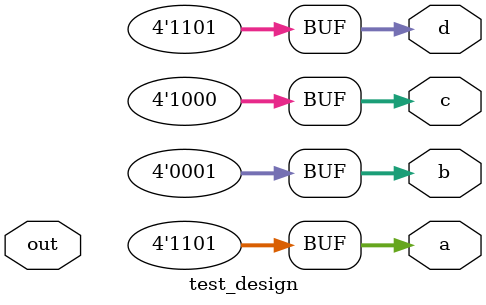
<source format=sv>
/* 
 *
 * Lab 2: Testing
 *
 * The file broken.sv (and associated benchXX.svp file) contain a 
 * set of "buggy" black-box modules that you will test for bugs. Your 
 * task is to systematically test the modules and tell us which modules 
 * contain the bugs and what they are.
 *
 * This file contains the framework modules to help you test.
 *
 * Compile with:
 * > vcs {any flags like -sverilog} lab2.sv broken.sv benchXX.svp
 *
 * Then simulate with:
 * > ./simv
 *
 * Note: you may NOT modify any of the modules named "Adder",
 * "Subtractor", or "Comparator". ALL OF YOUR TEST CODE MUST GO INTO THE
 * "test_design" MODULE!!
 * 
 * The correct functionality of the top-level circuit is:
 * 
 *    out = (a + b) < (c - d)
 *
 */


module system();
   logic [3:0] a, b, c, d;
   logic       out;

   top            dut(.*);
   test_design  bench(.*);
   
endmodule : system




module test_design
  (input  logic       out, 
   output logic [3:0] a, b, c, d);

  initial begin
	$monitor($time,	
		"a=%d, b=%d, c=%d, d=%d, out=%b",
		a, b, c, d, out);
	a = 4'b0001;
	b = 4'b0001;
	c = 4'b0001;
	d = 4'b0001;
	#10 a = 4'b1111;
        b = 4'b0001;
        c = 4'b0001;
        d = 4'b0001;
	#10 a = 4'b0001;
        b = 4'b1111;
        c = 4'b0001;
        d = 4'b0001;
	#10 a = 4'b0001;
        b = 4'b0001;
        c = 4'b1111;
        d = 4'b0001;
	#10 a = 4'b0001;
        b = 4'b0001;
        c = 4'b0001;
        d = 4'b1111;
        #10 a = 4'b0000;
        b = 4'b0001;
        c = 4'b0001;
        d = 4'b0001;
        #10 a = 4'b0001;
        b = 4'b0000;
        c = 4'b0001;
        d = 4'b0001;
	#10 a = 4'b0001;
        b = 4'b0001;
        c = 4'b0000;
        d = 4'b0001;
        #10 a = 4'b0001;
        b = 4'b0001;
        c = 4'b0001;
        d = 4'b0000;
	#10 a = 4'b0001;
	b = 4'b0001;
	c = 4'b0000;
	d = 4'b0000;
	#10 a = 4'b0001;
        b = 4'b0010;
        c = 4'b0001;
        d = 4'b0001;
        #10 a = 4'b1000;
        b = 4'b1000;
        c = 4'b1000;
        d = 4'b1000;
        #10 a = 4'b0000;
        b = 4'b0001;
        c = 4'b0100;
        d = 4'b0010;


	#10 b=4'b1111;
	a = 4'b1111;
	c=4'b1111;
	d=4'b1111;
	
	#10 b = 4'b0010;
        a = 4'b0001;
        c = 4'b1111;
        d = 4'b0000;
        #10 b = 4'b0010;
        a = 4'b0001;
        c = 4'b1011;
        d = 4'b0001;
        #10 b = 4'b0010;
        a = 4'b0001;
        c = 4'b1001;
        d = 4'b0001;
        #10 b = 4'b0010;
        a = 4'b0001;
        c = 4'b1000;
        d = 4'b0001;
        #10 b = 4'b0010;
        a = 4'b0001;
        c = 4'b0001;
        d = 4'b0001;

	#10 b = 4'b0010;
        a = 4'b0001;
        c = 4'b0001;
        d = 4'b0001;
        #10 b = 4'b0010;
        a = 4'b0001;
        c = 4'b1011;
        d = 4'b0001;
        #10 b = 4'b0010;
        a = 4'b0001;
        c = 4'b1001;
        d = 4'b0001;
        #10 b = 4'b0010;
        a = 4'b0001;
        c = 4'b0000;
        d = 4'b0001;
        #10 b = 4'b0010;
        a = 4'b0100;
        c = 4'b0000;
        d = 4'b0001;



	#10 b = 4'b0010;
        a = 4'b1010;
        c = 4'b0000;
        d = 4'b1011;
        #10 b = 4'b0001;
        a = 4'b1101;
        c = 4'b1000;
        d = 4'b0001;
        #10 b = 4'b0001;
        a = 4'b1101;
        c = 4'b1000;
        d = 4'b0011;
        #10 b = 4'b0001;
        a = 4'b1101;
        c = 4'b1000;
        d = 4'b0111;
	#10 b = 4'b0001;
	a = 4'b1101;
	c = 4'b1000;
	d = 4'b0101;




	#10 b = 4'b0000;
        a = 4'b0011;
        c = 4'b0010;
        d = 4'b0001;
        #10 b = 4'b1111;
        a = 4'b0011;
        c = 4'b0010;
        d = 4'b0001;
        #10 b = 4'b1110;
        a = 4'b1111;
        c = 4'b0010;
        d = 4'b0101;
        #10 b = 4'b0101;
        a = 4'b0000;
        c = 4'b0110;
        d = 4'b1110;
        #10 b = 4'b0001;
        a = 4'b1101;
        c = 4'b1000;
        d = 4'b0111;
        #10 b = 4'b0001;
        a = 4'b1101;
        c = 4'b1000;
        d = 4'b1101;
	
// PUT A MONITOR AND TEST ASSIGNMENT STATEMENTS HERE

    // DO NOT USE ANY LOOPS

    // YOU SHOULD HAVE LESS THAN 50, CERTAINLY LESS THAN 100 TESTS


  end
    
endmodule : test_design




</source>
